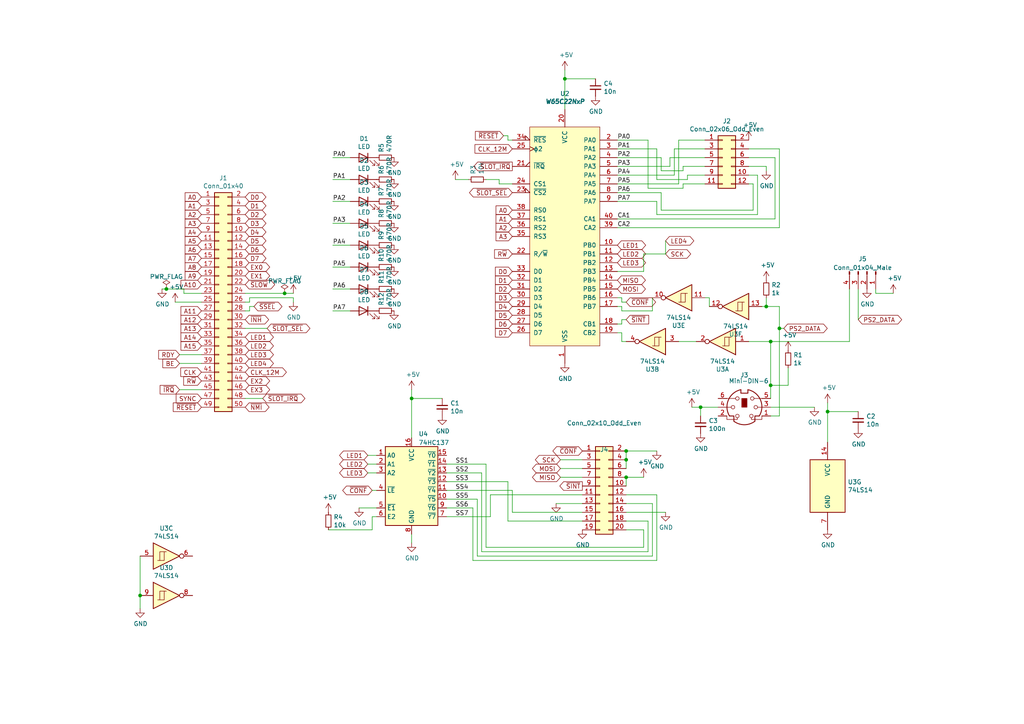
<source format=kicad_sch>
(kicad_sch (version 20211123) (generator eeschema)
  (paper "A4")
  (title_block (title "IO Board") (date "2023-02-11") (rev "${VERSION}") (company "Six Pixels") (comment 1 "Added pin header for PS/2"))
  (lib_symbols
    (symbol "65xx:W65C22NxP" (pin_names (offset 1.016))
      (property "Reference" "U" (at -10.16 33.02 0))
      (property "Value" "W65C22NxP" (at 0 0 90))
      (symbol "W65C22NxP_1_1"
        (pin power_in line (at 0 -36.83 90) (length 5.08) (name "VSS") (number "1"))
        (pin bidirectional line (at 15.24 -2.54 180) (length 5.08) (name "PB0") (number "10"))
        (pin bidirectional line (at 15.24 -5.08 180) (length 5.08) (name "PB1") (number "11"))
        (pin bidirectional line (at 15.24 -7.62 180) (length 5.08) (name "PB2") (number "12"))
        (pin bidirectional line (at 15.24 -10.16 180) (length 5.08) (name "PB3") (number "13"))
        (pin bidirectional line (at 15.24 -12.7 180) (length 5.08) (name "PB4") (number "14"))
        (pin bidirectional line (at 15.24 -15.24 180) (length 5.08) (name "PB5") (number "15"))
        (pin bidirectional line (at 15.24 -17.78 180) (length 5.08) (name "PB6") (number "16"))
        (pin bidirectional line (at 15.24 -20.32 180) (length 5.08) (name "PB7") (number "17"))
        (pin input line (at 15.24 -25.4 180) (length 5.08) (name "CB1") (number "18"))
        (pin bidirectional line (at 15.24 -27.94 180) (length 5.08) (name "CB2") (number "19"))
        (pin bidirectional line (at 15.24 27.94 180) (length 5.08) (name "PA0") (number "2"))
        (pin power_in line (at 0 36.83 270) (length 5.08) (name "VCC") (number "20"))
        (pin open_collector output_low (at -15.24 20.32 0) (length 5.08) (name "~{IRQ}") (number "21"))
        (pin input line (at -15.24 -5.08 0) (length 5.08) (name "R/~{W}") (number "22"))
        (pin input input_low (at -15.24 12.7 0) (length 5.08) (name "~{CS2}") (number "23"))
        (pin input line (at -15.24 15.24 0) (length 5.08) (name "CS1") (number "24"))
        (pin input clock (at -15.24 25.4 0) (length 5.08) (name "ϕ2") (number "25"))
        (pin bidirectional line (at -15.24 -27.94 0) (length 5.08) (name "D7") (number "26"))
        (pin bidirectional line (at -15.24 -25.4 0) (length 5.08) (name "D6") (number "27"))
        (pin bidirectional line (at -15.24 -22.86 0) (length 5.08) (name "D5") (number "28"))
        (pin bidirectional line (at -15.24 -20.32 0) (length 5.08) (name "D4") (number "29"))
        (pin bidirectional line (at 15.24 25.4 180) (length 5.08) (name "PA1") (number "3"))
        (pin bidirectional line (at -15.24 -17.78 0) (length 5.08) (name "D3") (number "30"))
        (pin bidirectional line (at -15.24 -15.24 0) (length 5.08) (name "D2") (number "31"))
        (pin bidirectional line (at -15.24 -12.7 0) (length 5.08) (name "D1") (number "32"))
        (pin bidirectional line (at -15.24 -10.16 0) (length 5.08) (name "D0") (number "33"))
        (pin input input_low (at -15.24 27.94 0) (length 5.08) (name "~{RES}") (number "34"))
        (pin input line (at -15.24 0 0) (length 5.08) (name "RS3") (number "35"))
        (pin input line (at -15.24 2.54 0) (length 5.08) (name "RS2") (number "36"))
        (pin input line (at -15.24 5.08 0) (length 5.08) (name "RS1") (number "37"))
        (pin input line (at -15.24 7.62 0) (length 5.08) (name "RS0") (number "38"))
        (pin bidirectional line (at 15.24 2.54 180) (length 5.08) (name "CA2") (number "39"))
        (pin bidirectional line (at 15.24 22.86 180) (length 5.08) (name "PA2") (number "4"))
        (pin input line (at 15.24 5.08 180) (length 5.08) (name "CA1") (number "40"))
        (pin bidirectional line (at 15.24 20.32 180) (length 5.08) (name "PA3") (number "5"))
        (pin bidirectional line (at 15.24 17.78 180) (length 5.08) (name "PA4") (number "6"))
        (pin bidirectional line (at 15.24 15.24 180) (length 5.08) (name "PA5") (number "7"))
        (pin bidirectional line (at 15.24 12.7 180) (length 5.08) (name "PA6") (number "8"))
        (pin bidirectional line (at 15.24 10.16 180) (length 5.08) (name "PA7") (number "9"))
      )
    )
    (symbol "74xx:74HC137"
      (property "Reference" "U" (at -7.62 13.97 0))
      (property "Value" "74HC137" (at 2.54 -11.43 0))
      (symbol "74HC137_1_1"
        (pin input line (at -10.16 10.16 0) (length 2.54) (name "A0") (number "1"))
        (pin output line (at 10.16 -2.54 180) (length 2.54) (name "~{Y5}") (number "10"))
        (pin output line (at 10.16 0 180) (length 2.54) (name "~{Y4}") (number "11"))
        (pin output line (at 10.16 2.54 180) (length 2.54) (name "~{Y3}") (number "12"))
        (pin output line (at 10.16 5.08 180) (length 2.54) (name "~{Y2}") (number "13"))
        (pin output line (at 10.16 7.62 180) (length 2.54) (name "~{Y1}") (number "14"))
        (pin output line (at 10.16 10.16 180) (length 2.54) (name "~{Y0}") (number "15"))
        (pin power_in line (at 0 15.24 270) (length 2.54) (name "VCC") (number "16"))
        (pin input line (at -10.16 7.62 0) (length 2.54) (name "A1") (number "2"))
        (pin input line (at -10.16 5.08 0) (length 2.54) (name "A2") (number "3"))
        (pin input line (at -10.16 0 0) (length 2.54) (name "~{LE}") (number "4"))
        (pin input line (at -10.16 -5.08 0) (length 2.54) (name "~{E1}") (number "5"))
        (pin input line (at -10.16 -7.62 0) (length 2.54) (name "E2") (number "6"))
        (pin output line (at 10.16 -7.62 180) (length 2.54) (name "~{Y7}") (number "7"))
        (pin power_in line (at 0 -12.7 90) (length 2.54) (name "GND") (number "8"))
        (pin output line (at 10.16 -5.08 180) (length 2.54) (name "~{Y6}") (number "9"))
      )
    )
    (symbol "74xx:74LS14" (pin_names (offset 1.016))
      (property "Reference" "U" (at 0 1.27 0))
      (property "Value" "74LS14" (at 0 -1.27 0))
      (symbol "74LS14_1_0"
        (pin input line (at -7.62 0 0) (length 3.81) (name "~") (number "1"))
        (pin output inverted (at 7.62 0 180) (length 3.81) (name "~") (number "2"))
      )
      (symbol "74LS14_2_0"
        (pin input line (at -7.62 0 0) (length 3.81) (name "~") (number "3"))
        (pin output inverted (at 7.62 0 180) (length 3.81) (name "~") (number "4"))
      )
      (symbol "74LS14_3_0"
        (pin input line (at -7.62 0 0) (length 3.81) (name "~") (number "5"))
        (pin output inverted (at 7.62 0 180) (length 3.81) (name "~") (number "6"))
      )
      (symbol "74LS14_4_0"
        (pin output inverted (at 7.62 0 180) (length 3.81) (name "~") (number "8"))
        (pin input line (at -7.62 0 0) (length 3.81) (name "~") (number "9"))
      )
      (symbol "74LS14_5_0"
        (pin output inverted (at 7.62 0 180) (length 3.81) (name "~") (number "10"))
        (pin input line (at -7.62 0 0) (length 3.81) (name "~") (number "11"))
      )
      (symbol "74LS14_6_0"
        (pin output inverted (at 7.62 0 180) (length 3.81) (name "~") (number "12"))
        (pin input line (at -7.62 0 0) (length 3.81) (name "~") (number "13"))
      )
      (symbol "74LS14_7_0"
        (pin power_in line (at 0 12.7 270) (length 5.08) (name "VCC") (number "14"))
        (pin power_in line (at 0 -12.7 90) (length 5.08) (name "GND") (number "7"))
      )
    )
    (symbol "Connector:Conn_01x04_Male" (pin_names (offset 1.016) hide)
      (property "Reference" "J" (at 0 5.08 0))
      (property "Value" "Conn_01x04_Male" (at 0 -7.62 0))
      (symbol "Conn_01x04_Male_1_1"
        (pin passive line (at 5.08 2.54 180) (length 3.81) (name "Pin_1") (number "1"))
        (pin passive line (at 5.08 0 180) (length 3.81) (name "Pin_2") (number "2"))
        (pin passive line (at 5.08 -2.54 180) (length 3.81) (name "Pin_3") (number "3"))
        (pin passive line (at 5.08 -5.08 180) (length 3.81) (name "Pin_4") (number "4"))
      )
    )
    (symbol "Connector:Mini-DIN-6" (pin_names (offset 1.016))
      (property "Reference" "J" (at 0 6.35 0))
      (property "Value" "Mini-DIN-6" (at 0 -6.35 0))
      (symbol "Mini-DIN-6_1_1"
        (pin passive line (at 7.62 -2.54 180) (length 2.54) (name "~") (number "1"))
        (pin passive line (at -7.62 -2.54 0) (length 2.54) (name "~") (number "2"))
        (pin passive line (at 7.62 0 180) (length 2.54) (name "~") (number "3"))
        (pin passive line (at -7.62 0 0) (length 2.54) (name "~") (number "4"))
        (pin passive line (at 7.62 2.54 180) (length 2.54) (name "~") (number "5"))
        (pin passive line (at -7.62 2.54 0) (length 2.54) (name "~") (number "6"))
      )
    )
    (symbol "Connector_Generic:Conn_02x06_Odd_Even" (pin_names (offset 1.016) hide)
      (property "Reference" "J" (at 1.27 7.62 0))
      (property "Value" "Conn_02x06_Odd_Even" (at 1.27 -10.16 0))
      (symbol "Conn_02x06_Odd_Even_1_1"
        (pin passive line (at -5.08 5.08 0) (length 3.81) (name "Pin_1") (number "1"))
        (pin passive line (at 7.62 -5.08 180) (length 3.81) (name "Pin_10") (number "10"))
        (pin passive line (at -5.08 -7.62 0) (length 3.81) (name "Pin_11") (number "11"))
        (pin passive line (at 7.62 -7.62 180) (length 3.81) (name "Pin_12") (number "12"))
        (pin passive line (at 7.62 5.08 180) (length 3.81) (name "Pin_2") (number "2"))
        (pin passive line (at -5.08 2.54 0) (length 3.81) (name "Pin_3") (number "3"))
        (pin passive line (at 7.62 2.54 180) (length 3.81) (name "Pin_4") (number "4"))
        (pin passive line (at -5.08 0 0) (length 3.81) (name "Pin_5") (number "5"))
        (pin passive line (at 7.62 0 180) (length 3.81) (name "Pin_6") (number "6"))
        (pin passive line (at -5.08 -2.54 0) (length 3.81) (name "Pin_7") (number "7"))
        (pin passive line (at 7.62 -2.54 180) (length 3.81) (name "Pin_8") (number "8"))
        (pin passive line (at -5.08 -5.08 0) (length 3.81) (name "Pin_9") (number "9"))
      )
    )
    (symbol "Connector_Generic:Conn_02x10_Odd_Even" (pin_names (offset 1.016) hide)
      (property "Reference" "J" (at 1.27 12.7 0))
      (property "Value" "Conn_02x10_Odd_Even" (at 1.27 -15.24 0))
      (symbol "Conn_02x10_Odd_Even_1_1"
        (pin passive line (at -5.08 10.16 0) (length 3.81) (name "Pin_1") (number "1"))
        (pin passive line (at 7.62 0 180) (length 3.81) (name "Pin_10") (number "10"))
        (pin passive line (at -5.08 -2.54 0) (length 3.81) (name "Pin_11") (number "11"))
        (pin passive line (at 7.62 -2.54 180) (length 3.81) (name "Pin_12") (number "12"))
        (pin passive line (at -5.08 -5.08 0) (length 3.81) (name "Pin_13") (number "13"))
        (pin passive line (at 7.62 -5.08 180) (length 3.81) (name "Pin_14") (number "14"))
        (pin passive line (at -5.08 -7.62 0) (length 3.81) (name "Pin_15") (number "15"))
        (pin passive line (at 7.62 -7.62 180) (length 3.81) (name "Pin_16") (number "16"))
        (pin passive line (at -5.08 -10.16 0) (length 3.81) (name "Pin_17") (number "17"))
        (pin passive line (at 7.62 -10.16 180) (length 3.81) (name "Pin_18") (number "18"))
        (pin passive line (at -5.08 -12.7 0) (length 3.81) (name "Pin_19") (number "19"))
        (pin passive line (at 7.62 10.16 180) (length 3.81) (name "Pin_2") (number "2"))
        (pin passive line (at 7.62 -12.7 180) (length 3.81) (name "Pin_20") (number "20"))
        (pin passive line (at -5.08 7.62 0) (length 3.81) (name "Pin_3") (number "3"))
        (pin passive line (at 7.62 7.62 180) (length 3.81) (name "Pin_4") (number "4"))
        (pin passive line (at -5.08 5.08 0) (length 3.81) (name "Pin_5") (number "5"))
        (pin passive line (at 7.62 5.08 180) (length 3.81) (name "Pin_6") (number "6"))
        (pin passive line (at -5.08 2.54 0) (length 3.81) (name "Pin_7") (number "7"))
        (pin passive line (at 7.62 2.54 180) (length 3.81) (name "Pin_8") (number "8"))
        (pin passive line (at -5.08 0 0) (length 3.81) (name "Pin_9") (number "9"))
      )
    )
    (symbol "Connector_Generic:Conn_02x25_Odd_Even" (pin_names (offset 1.016) hide)
      (property "Reference" "J" (at 1.27 33.02 0))
      (property "Value" "Conn_02x25_Odd_Even" (at 1.27 -33.02 0))
      (symbol "Conn_02x25_Odd_Even_1_1"
        (pin passive line (at -5.08 30.48 0) (length 3.81) (name "Pin_1") (number "1"))
        (pin passive line (at 7.62 20.32 180) (length 3.81) (name "Pin_10") (number "10"))
        (pin passive line (at -5.08 17.78 0) (length 3.81) (name "Pin_11") (number "11"))
        (pin passive line (at 7.62 17.78 180) (length 3.81) (name "Pin_12") (number "12"))
        (pin passive line (at -5.08 15.24 0) (length 3.81) (name "Pin_13") (number "13"))
        (pin passive line (at 7.62 15.24 180) (length 3.81) (name "Pin_14") (number "14"))
        (pin passive line (at -5.08 12.7 0) (length 3.81) (name "Pin_15") (number "15"))
        (pin passive line (at 7.62 12.7 180) (length 3.81) (name "Pin_16") (number "16"))
        (pin passive line (at -5.08 10.16 0) (length 3.81) (name "Pin_17") (number "17"))
        (pin passive line (at 7.62 10.16 180) (length 3.81) (name "Pin_18") (number "18"))
        (pin passive line (at -5.08 7.62 0) (length 3.81) (name "Pin_19") (number "19"))
        (pin passive line (at 7.62 30.48 180) (length 3.81) (name "Pin_2") (number "2"))
        (pin passive line (at 7.62 7.62 180) (length 3.81) (name "Pin_20") (number "20"))
        (pin passive line (at -5.08 5.08 0) (length 3.81) (name "Pin_21") (number "21"))
        (pin passive line (at 7.62 5.08 180) (length 3.81) (name "Pin_22") (number "22"))
        (pin passive line (at -5.08 2.54 0) (length 3.81) (name "Pin_23") (number "23"))
        (pin passive line (at 7.62 2.54 180) (length 3.81) (name "Pin_24") (number "24"))
        (pin passive line (at -5.08 0 0) (length 3.81) (name "Pin_25") (number "25"))
        (pin passive line (at 7.62 0 180) (length 3.81) (name "Pin_26") (number "26"))
        (pin passive line (at -5.08 -2.54 0) (length 3.81) (name "Pin_27") (number "27"))
        (pin passive line (at 7.62 -2.54 180) (length 3.81) (name "Pin_28") (number "28"))
        (pin passive line (at -5.08 -5.08 0) (length 3.81) (name "Pin_29") (number "29"))
        (pin passive line (at -5.08 27.94 0) (length 3.81) (name "Pin_3") (number "3"))
        (pin passive line (at 7.62 -5.08 180) (length 3.81) (name "Pin_30") (number "30"))
        (pin passive line (at -5.08 -7.62 0) (length 3.81) (name "Pin_31") (number "31"))
        (pin passive line (at 7.62 -7.62 180) (length 3.81) (name "Pin_32") (number "32"))
        (pin passive line (at -5.08 -10.16 0) (length 3.81) (name "Pin_33") (number "33"))
        (pin passive line (at 7.62 -10.16 180) (length 3.81) (name "Pin_34") (number "34"))
        (pin passive line (at -5.08 -12.7 0) (length 3.81) (name "Pin_35") (number "35"))
        (pin passive line (at 7.62 -12.7 180) (length 3.81) (name "Pin_36") (number "36"))
        (pin passive line (at -5.08 -15.24 0) (length 3.81) (name "Pin_37") (number "37"))
        (pin passive line (at 7.62 -15.24 180) (length 3.81) (name "Pin_38") (number "38"))
        (pin passive line (at -5.08 -17.78 0) (length 3.81) (name "Pin_39") (number "39"))
        (pin passive line (at 7.62 27.94 180) (length 3.81) (name "Pin_4") (number "4"))
        (pin passive line (at 7.62 -17.78 180) (length 3.81) (name "Pin_40") (number "40"))
        (pin passive line (at -5.08 -20.32 0) (length 3.81) (name "Pin_41") (number "41"))
        (pin passive line (at 7.62 -20.32 180) (length 3.81) (name "Pin_42") (number "42"))
        (pin passive line (at -5.08 -22.86 0) (length 3.81) (name "Pin_43") (number "43"))
        (pin passive line (at 7.62 -22.86 180) (length 3.81) (name "Pin_44") (number "44"))
        (pin passive line (at -5.08 -25.4 0) (length 3.81) (name "Pin_45") (number "45"))
        (pin passive line (at 7.62 -25.4 180) (length 3.81) (name "Pin_46") (number "46"))
        (pin passive line (at -5.08 -27.94 0) (length 3.81) (name "Pin_47") (number "47"))
        (pin passive line (at 7.62 -27.94 180) (length 3.81) (name "Pin_48") (number "48"))
        (pin passive line (at -5.08 -30.48 0) (length 3.81) (name "Pin_49") (number "49"))
        (pin passive line (at -5.08 25.4 0) (length 3.81) (name "Pin_5") (number "5"))
        (pin passive line (at 7.62 -30.48 180) (length 3.81) (name "Pin_50") (number "50"))
        (pin passive line (at 7.62 25.4 180) (length 3.81) (name "Pin_6") (number "6"))
        (pin passive line (at -5.08 22.86 0) (length 3.81) (name "Pin_7") (number "7"))
        (pin passive line (at 7.62 22.86 180) (length 3.81) (name "Pin_8") (number "8"))
        (pin passive line (at -5.08 20.32 0) (length 3.81) (name "Pin_9") (number "9"))
      )
    )
    (symbol "Device:C_Small" (pin_numbers hide) (pin_names (offset 0.254) hide)
      (property "Reference" "C" (at 0.254 1.778 0))
      (property "Value" "C_Small" (at 0.254 -2.032 0))
      (symbol "C_Small_1_1"
        (pin passive line (at 0 2.54 270) (length 2.032) (name "~") (number "1"))
        (pin passive line (at 0 -2.54 90) (length 2.032) (name "~") (number "2"))
      )
    )
    (symbol "Device:LED" (pin_numbers hide) (pin_names (offset 1.016) hide)
      (property "Reference" "D" (at 0 2.54 0))
      (property "Value" "LED" (at 0 -2.54 0))
      (symbol "LED_1_1"
        (pin passive line (at -3.81 0 0) (length 2.54) (name "K") (number "1"))
        (pin passive line (at 3.81 0 180) (length 2.54) (name "A") (number "2"))
      )
    )
    (symbol "Device:R_Small" (pin_numbers hide) (pin_names (offset 0.254) hide)
      (property "Reference" "R" (at 0.762 0.508 0))
      (property "Value" "R_Small" (at 0.762 -1.016 0))
      (symbol "R_Small_1_1"
        (pin passive line (at 0 2.54 270) (length 0.762) (name "~") (number "1"))
        (pin passive line (at 0 -2.54 90) (length 0.762) (name "~") (number "2"))
      )
    )
    (symbol "power:+5V" (power) (pin_names (offset 0))
      (property "Value" "+5V" (at 0 3.556 0))
      (symbol "+5V_1_1"
        (pin power_in line (at 0 0 90) (length 0) hide (name "+5V") (number "1"))
      )
    )
    (symbol "power:GND" (power) (pin_names (offset 0))
      (property "Value" "GND" (at 0 -3.81 0))
      (symbol "GND_1_1"
        (pin power_in line (at 0 0 270) (length 0) hide (name "GND") (number "1"))
      )
    )
    (symbol "power:PWR_FLAG" (power) (pin_numbers hide) (pin_names (offset 0) hide)
      (property "Value" "PWR_FLAG" (at 0 3.81 0))
      (symbol "PWR_FLAG_0_0"
        (pin power_out line (at 0 0 90) (length 0) (name "pwr") (number "1"))
      )
    )
  )
  (junction (at 203.2 118.11))
  (junction (at 181.61 133.35))
  (junction (at 223.52 111.76))
  (junction (at 181.61 130.81))
  (junction (at 222.25 88.9))
  (junction (at 226.06 95.25))
  (junction (at 119.38 115.57))
  (junction (at 40.64 172.72))
  (junction (at 223.52 99.06))
  (junction (at 181.61 138.43))
  (junction (at 82.55 85.09))
  (junction (at 240.03 119.38))
  (junction (at 48.26 83.82))
  (junction (at 163.83 22.86))
  (wire (pts (xy 129.54 139.7) (xy 147.32 139.7)))
  (wire (pts (xy 101.6 90.17) (xy 96.52 90.17)))
  (wire (pts (xy 222.25 49.53) (xy 222.25 48.26)))
  (wire (pts (xy 194.31 45.72) (xy 204.47 45.72)))
  (wire (pts (xy 189.23 86.36) (xy 189.23 90.17)))
  (wire (pts (xy 223.52 115.57) (xy 223.52 111.76)))
  (wire (pts (xy 223.52 111.76) (xy 223.52 99.06)))
  (wire (pts (xy 218.44 53.34) (xy 217.17 53.34)))
  (wire (pts (xy 142.24 143.51) (xy 142.24 149.86)))
  (wire (pts (xy 204.47 48.26) (xy 198.12 48.26)))
  (wire (pts (xy 186.69 73.66) (xy 186.69 78.74)))
  (wire (pts (xy 168.91 133.35) (xy 162.56 133.35)))
  (wire (pts (xy 101.6 71.12) (xy 96.52 71.12)))
  (wire (pts (xy 222.25 48.26) (xy 217.17 48.26)))
  (wire (pts (xy 198.12 53.34) (xy 198.12 54.61)))
  (wire (pts (xy 190.5 162.56) (xy 137.16 162.56)))
  (wire (pts (xy 72.39 86.36) (xy 72.39 87.63)))
  (wire (pts (xy 72.39 88.9) (xy 72.39 90.17)))
  (wire (pts (xy 179.07 48.26) (xy 194.31 48.26)))
  (wire (pts (xy 101.6 77.47) (xy 96.52 77.47)))
  (wire (pts (xy 168.91 151.13) (xy 147.32 151.13)))
  (wire (pts (xy 223.52 118.11) (xy 236.22 118.11)))
  (wire (pts (xy 224.79 45.72) (xy 217.17 45.72)))
  (wire (pts (xy 190.5 52.07) (xy 199.39 52.07)))
  (wire (pts (xy 106.68 132.08) (xy 109.22 132.08)))
  (wire (pts (xy 181.61 151.13) (xy 187.96 151.13)))
  (wire (pts (xy 240.03 116.84) (xy 240.03 119.38)))
  (wire (pts (xy 208.28 118.11) (xy 203.2 118.11)))
  (wire (pts (xy 204.47 43.18) (xy 195.58 43.18)))
  (wire (pts (xy 168.91 143.51) (xy 142.24 143.51)))
  (wire (pts (xy 187.96 54.61) (xy 187.96 40.64)))
  (wire (pts (xy 248.92 83.82) (xy 248.92 92.71)))
  (wire (pts (xy 101.6 58.42) (xy 96.52 58.42)))
  (wire (pts (xy 189.23 161.29) (xy 138.43 161.29)))
  (wire (pts (xy 180.34 92.71) (xy 180.34 93.98)))
  (wire (pts (xy 144.78 53.34) (xy 144.78 52.07)))
  (wire (pts (xy 129.54 147.32) (xy 137.16 147.32)))
  (wire (pts (xy 203.2 118.11) (xy 200.66 118.11)))
  (wire (pts (xy 181.61 92.71) (xy 180.34 92.71)))
  (wire (pts (xy 190.5 62.23) (xy 190.5 58.42)))
  (wire (pts (xy 198.12 49.53) (xy 191.77 49.53)))
  (wire (pts (xy 248.92 119.38) (xy 240.03 119.38)))
  (wire (pts (xy 195.58 43.18) (xy 195.58 50.8)))
  (wire (pts (xy 193.04 69.85) (xy 193.04 73.66)))
  (wire (pts (xy 101.6 52.07) (xy 96.52 52.07)))
  (wire (pts (xy 180.34 99.06) (xy 180.34 96.52)))
  (wire (pts (xy 106.68 137.16) (xy 109.22 137.16)))
  (wire (pts (xy 190.5 143.51) (xy 190.5 162.56)))
  (wire (pts (xy 146.05 39.37) (xy 147.32 39.37)))
  (wire (pts (xy 85.09 87.63) (xy 85.09 86.36)))
  (wire (pts (xy 77.47 95.25) (xy 71.12 95.25)))
  (wire (pts (xy 204.47 53.34) (xy 198.12 53.34)))
  (wire (pts (xy 186.69 158.75) (xy 140.97 158.75)))
  (wire (pts (xy 259.08 85.09) (xy 254 85.09)))
  (wire (pts (xy 181.61 140.97) (xy 181.61 138.43)))
  (wire (pts (xy 168.91 148.59) (xy 148.59 148.59)))
  (wire (pts (xy 52.07 102.87) (xy 58.42 102.87)))
  (wire (pts (xy 181.61 138.43) (xy 186.69 138.43)))
  (wire (pts (xy 168.91 138.43) (xy 162.56 138.43)))
  (wire (pts (xy 53.34 85.09) (xy 53.34 83.82)))
  (wire (pts (xy 73.66 88.9) (xy 72.39 88.9)))
  (wire (pts (xy 140.97 158.75) (xy 140.97 134.62)))
  (wire (pts (xy 129.54 149.86) (xy 142.24 149.86)))
  (wire (pts (xy 161.29 146.05) (xy 168.91 146.05)))
  (wire (pts (xy 181.61 153.67) (xy 186.69 153.67)))
  (wire (pts (xy 180.34 87.63) (xy 180.34 86.36)))
  (wire (pts (xy 226.06 88.9) (xy 222.25 88.9)))
  (wire (pts (xy 246.38 99.06) (xy 246.38 83.82)))
  (wire (pts (xy 148.59 53.34) (xy 144.78 53.34)))
  (wire (pts (xy 52.07 113.03) (xy 58.42 113.03)))
  (wire (pts (xy 205.74 86.36) (xy 205.74 88.9)))
  (wire (pts (xy 254 85.09) (xy 254 83.82)))
  (wire (pts (xy 226.06 43.18) (xy 217.17 43.18)))
  (wire (pts (xy 40.64 172.72) (xy 40.64 176.53)))
  (wire (pts (xy 181.61 99.06) (xy 180.34 99.06)))
  (wire (pts (xy 148.59 148.59) (xy 148.59 142.24)))
  (wire (pts (xy 179.07 43.18) (xy 190.5 43.18)))
  (wire (pts (xy 163.83 20.32) (xy 163.83 22.86)))
  (wire (pts (xy 187.96 151.13) (xy 187.96 160.02)))
  (wire (pts (xy 147.32 40.64) (xy 148.59 40.64)))
  (wire (pts (xy 217.17 99.06) (xy 223.52 99.06)))
  (wire (pts (xy 95.25 153.67) (xy 107.95 153.67)))
  (wire (pts (xy 199.39 52.07) (xy 199.39 50.8)))
  (wire (pts (xy 168.91 135.89) (xy 162.56 135.89)))
  (wire (pts (xy 189.23 146.05) (xy 189.23 161.29)))
  (wire (pts (xy 181.61 133.35) (xy 181.61 130.81)))
  (wire (pts (xy 223.52 99.06) (xy 246.38 99.06)))
  (wire (pts (xy 119.38 113.03) (xy 119.38 115.57)))
  (wire (pts (xy 181.61 87.63) (xy 180.34 87.63)))
  (wire (pts (xy 224.79 45.72) (xy 224.79 63.5)))
  (wire (pts (xy 71.12 85.09) (xy 82.55 85.09)))
  (wire (pts (xy 187.96 40.64) (xy 179.07 40.64)))
  (wire (pts (xy 180.34 96.52) (xy 179.07 96.52)))
  (wire (pts (xy 107.95 153.67) (xy 107.95 149.86)))
  (wire (pts (xy 222.25 88.9) (xy 220.98 88.9)))
  (wire (pts (xy 129.54 142.24) (xy 148.59 142.24)))
  (wire (pts (xy 181.61 143.51) (xy 190.5 143.51)))
  (wire (pts (xy 71.12 87.63) (xy 72.39 87.63)))
  (wire (pts (xy 128.27 115.57) (xy 119.38 115.57)))
  (wire (pts (xy 201.93 99.06) (xy 196.85 99.06)))
  (wire (pts (xy 190.5 58.42) (xy 179.07 58.42)))
  (wire (pts (xy 180.34 88.9) (xy 179.07 88.9)))
  (wire (pts (xy 137.16 147.32) (xy 137.16 162.56)))
  (wire (pts (xy 50.8 87.63) (xy 58.42 87.63)))
  (wire (pts (xy 139.7 160.02) (xy 139.7 137.16)))
  (wire (pts (xy 228.6 111.76) (xy 223.52 111.76)))
  (wire (pts (xy 179.07 63.5) (xy 224.79 63.5)))
  (wire (pts (xy 191.77 60.96) (xy 218.44 60.96)))
  (wire (pts (xy 190.5 43.18) (xy 190.5 52.07)))
  (wire (pts (xy 186.69 78.74) (xy 179.07 78.74)))
  (wire (pts (xy 199.39 50.8) (xy 204.47 50.8)))
  (wire (pts (xy 186.69 153.67) (xy 186.69 158.75)))
  (wire (pts (xy 76.2 115.57) (xy 71.12 115.57)))
  (wire (pts (xy 53.34 85.09) (xy 58.42 85.09)))
  (wire (pts (xy 219.71 62.23) (xy 190.5 62.23)))
  (wire (pts (xy 181.61 146.05) (xy 189.23 146.05)))
  (wire (pts (xy 40.64 161.29) (xy 40.64 172.72)))
  (wire (pts (xy 101.6 45.72) (xy 96.52 45.72)))
  (wire (pts (xy 72.39 90.17) (xy 71.12 90.17)))
  (wire (pts (xy 205.74 86.36) (xy 204.47 86.36)))
  (wire (pts (xy 187.96 160.02) (xy 139.7 160.02)))
  (wire (pts (xy 196.85 40.64) (xy 204.47 40.64)))
  (wire (pts (xy 147.32 151.13) (xy 147.32 139.7)))
  (wire (pts (xy 179.07 55.88) (xy 191.77 55.88)))
  (wire (pts (xy 194.31 48.26) (xy 194.31 45.72)))
  (wire (pts (xy 218.44 53.34) (xy 218.44 60.96)))
  (wire (pts (xy 129.54 137.16) (xy 139.7 137.16)))
  (wire (pts (xy 135.89 52.07) (xy 132.08 52.07)))
  (wire (pts (xy 163.83 22.86) (xy 163.83 31.75)))
  (wire (pts (xy 193.04 148.59) (xy 181.61 148.59)))
  (wire (pts (xy 219.71 50.8) (xy 217.17 50.8)))
  (wire (pts (xy 144.78 52.07) (xy 140.97 52.07)))
  (wire (pts (xy 107.95 149.86) (xy 109.22 149.86)))
  (wire (pts (xy 129.54 134.62) (xy 140.97 134.62)))
  (wire (pts (xy 196.85 53.34) (xy 196.85 40.64)))
  (wire (pts (xy 147.32 39.37) (xy 147.32 40.64)))
  (wire (pts (xy 195.58 50.8) (xy 179.07 50.8)))
  (wire (pts (xy 172.72 22.86) (xy 163.83 22.86)))
  (wire (pts (xy 101.6 64.77) (xy 96.52 64.77)))
  (wire (pts (xy 240.03 119.38) (xy 240.03 128.27)))
  (wire (pts (xy 48.26 83.82) (xy 46.99 83.82)))
  (wire (pts (xy 180.34 90.17) (xy 180.34 88.9)))
  (wire (pts (xy 191.77 55.88) (xy 191.77 60.96)))
  (wire (pts (xy 53.34 83.82) (xy 48.26 83.82)))
  (wire (pts (xy 193.04 73.66) (xy 186.69 73.66)))
  (wire (pts (xy 226.06 66.04) (xy 179.07 66.04)))
  (wire (pts (xy 138.43 144.78) (xy 138.43 161.29)))
  (wire (pts (xy 189.23 90.17) (xy 180.34 90.17)))
  (wire (pts (xy 101.6 83.82) (xy 96.52 83.82)))
  (wire (pts (xy 82.55 85.09) (xy 85.09 85.09)))
  (wire (pts (xy 129.54 144.78) (xy 138.43 144.78)))
  (wire (pts (xy 226.06 120.65) (xy 226.06 95.25)))
  (wire (pts (xy 198.12 48.26) (xy 198.12 49.53)))
  (wire (pts (xy 107.95 142.24) (xy 109.22 142.24)))
  (wire (pts (xy 226.06 43.18) (xy 226.06 66.04)))
  (wire (pts (xy 106.68 134.62) (xy 109.22 134.62)))
  (wire (pts (xy 119.38 154.94) (xy 119.38 157.48)))
  (wire (pts (xy 119.38 115.57) (xy 119.38 127)))
  (wire (pts (xy 191.77 49.53) (xy 191.77 45.72)))
  (wire (pts (xy 85.09 86.36) (xy 72.39 86.36)))
  (wire (pts (xy 191.77 45.72) (xy 179.07 45.72)))
  (wire (pts (xy 104.14 147.32) (xy 109.22 147.32)))
  (wire (pts (xy 226.06 95.25) (xy 226.06 88.9)))
  (wire (pts (xy 52.07 105.41) (xy 58.42 105.41)))
  (wire (pts (xy 203.2 120.65) (xy 203.2 118.11)))
  (wire (pts (xy 181.61 130.81) (xy 190.5 130.81)))
  (wire (pts (xy 219.71 50.8) (xy 219.71 62.23)))
  (wire (pts (xy 222.25 86.36) (xy 222.25 88.9)))
  (wire (pts (xy 228.6 106.68) (xy 228.6 111.76)))
  (wire (pts (xy 181.61 135.89) (xy 181.61 133.35)))
  (wire (pts (xy 198.12 54.61) (xy 187.96 54.61)))
  (wire (pts (xy 180.34 93.98) (xy 179.07 93.98)))
  (wire (pts (xy 227.33 95.25) (xy 226.06 95.25)))
  (wire (pts (xy 179.07 53.34) (xy 196.85 53.34)))
  (wire (pts (xy 180.34 86.36) (xy 179.07 86.36)))
  (wire (pts (xy 223.52 120.65) (xy 226.06 120.65)))
  (label "PA6" (at 179.07 55.88 0))
  (label "PA3" (at 179.07 48.26 0))
  (label "CA2" (at 179.07 66.04 0))
  (label "SS7" (at 132.08 149.86 0))
  (label "SS2" (at 132.08 137.16 0))
  (label "PA2" (at 96.52 58.42 0))
  (label "SS5" (at 132.08 144.78 0))
  (label "PA0" (at 96.52 45.72 0))
  (label "PA5" (at 179.07 53.34 0))
  (label "PA1" (at 96.52 52.07 0))
  (label "PA7" (at 179.07 58.42 0))
  (label "SS6" (at 132.08 147.32 0))
  (label "PA7" (at 96.52 90.17 0))
  (label "CA1" (at 179.07 63.5 0))
  (label "PA2" (at 179.07 45.72 0))
  (label "PA0" (at 179.07 40.64 0))
  (label "SS4" (at 132.08 142.24 0))
  (label "SS3" (at 132.08 139.7 0))
  (label "PA5" (at 96.52 77.47 0))
  (label "SS1" (at 132.08 134.62 0))
  (label "PA4" (at 96.52 71.12 0))
  (label "PA3" (at 96.52 64.77 0))
  (label "PA1" (at 179.07 43.18 0))
  (label "PA6" (at 96.52 83.82 0))
  (label "PA4" (at 179.07 50.8 0))
  (global_label "~{CONF}" (shape bidirectional) (at 181.61 87.63 0) (property "Intersheet References" "${INTERSHEET_REFS}" (effects hide)))
  (global_label "MISO" (shape bidirectional) (at 179.07 81.28 0) (property "Intersheet References" "${INTERSHEET_REFS}" (effects hide)))
  (global_label "CLK_12M" (shape input) (at 148.59 43.18 180) (property "Intersheet References" "${INTERSHEET_REFS}" (effects hide)))
  (global_label "LED1" (shape bidirectional) (at 179.07 71.12 0) (property "Intersheet References" "${INTERSHEET_REFS}" (effects hide)))
  (global_label "A0" (shape input) (at 58.42 57.15 180) (property "Intersheet References" "${INTERSHEET_REFS}" (effects hide)))
  (global_label "~{RESET}" (shape input) (at 58.42 118.11 180) (property "Intersheet References" "${INTERSHEET_REFS}" (effects hide)))
  (global_label "D7" (shape bidirectional) (at 71.12 74.93 0) (property "Intersheet References" "${INTERSHEET_REFS}" (effects hide)))
  (global_label "A2" (shape input) (at 148.59 66.04 180) (property "Intersheet References" "${INTERSHEET_REFS}" (effects hide)))
  (global_label "LED1" (shape bidirectional) (at 106.68 132.08 180) (property "Intersheet References" "${INTERSHEET_REFS}" (effects hide)))
  (global_label "A8" (shape input) (at 58.42 77.47 180) (property "Intersheet References" "${INTERSHEET_REFS}" (effects hide)))
  (global_label "MOSI" (shape bidirectional) (at 162.56 135.89 180) (property "Intersheet References" "${INTERSHEET_REFS}" (effects hide)))
  (global_label "SYNC" (shape input) (at 58.42 115.57 180) (property "Intersheet References" "${INTERSHEET_REFS}" (effects hide)))
  (global_label "~{CONF}" (shape bidirectional) (at 107.95 142.24 180) (property "Intersheet References" "${INTERSHEET_REFS}" (effects hide)))
  (global_label "D1" (shape bidirectional) (at 71.12 59.69 0) (property "Intersheet References" "${INTERSHEET_REFS}" (effects hide)))
  (global_label "LED4" (shape bidirectional) (at 71.12 105.41 0) (property "Intersheet References" "${INTERSHEET_REFS}" (effects hide)))
  (global_label "~{INH}" (shape bidirectional) (at 71.12 92.71 0) (property "Intersheet References" "${INTERSHEET_REFS}" (effects hide)))
  (global_label "LED2" (shape bidirectional) (at 71.12 100.33 0) (property "Intersheet References" "${INTERSHEET_REFS}" (effects hide)))
  (global_label "CLK_12M" (shape bidirectional) (at 71.12 107.95 0) (property "Intersheet References" "${INTERSHEET_REFS}" (effects hide)))
  (global_label "D3" (shape bidirectional) (at 71.12 64.77 0) (property "Intersheet References" "${INTERSHEET_REFS}" (effects hide)))
  (global_label "D5" (shape bidirectional) (at 71.12 69.85 0) (property "Intersheet References" "${INTERSHEET_REFS}" (effects hide)))
  (global_label "A1" (shape input) (at 58.42 59.69 180) (property "Intersheet References" "${INTERSHEET_REFS}" (effects hide)))
  (global_label "~{CONF}" (shape bidirectional) (at 168.91 130.81 180) (property "Intersheet References" "${INTERSHEET_REFS}" (effects hide)))
  (global_label "A4" (shape input) (at 58.42 67.31 180) (property "Intersheet References" "${INTERSHEET_REFS}" (effects hide)))
  (global_label "MISO" (shape bidirectional) (at 162.56 138.43 180) (property "Intersheet References" "${INTERSHEET_REFS}" (effects hide)))
  (global_label "LED4" (shape bidirectional) (at 193.04 69.85 0) (property "Intersheet References" "${INTERSHEET_REFS}" (effects hide)))
  (global_label "LED3" (shape bidirectional) (at 71.12 102.87 0) (property "Intersheet References" "${INTERSHEET_REFS}" (effects hide)))
  (global_label "EX1" (shape bidirectional) (at 71.12 80.01 0) (property "Intersheet References" "${INTERSHEET_REFS}" (effects hide)))
  (global_label "~{SLOW}" (shape bidirectional) (at 71.12 82.55 0) (property "Intersheet References" "${INTERSHEET_REFS}" (effects hide)))
  (global_label "A10" (shape input) (at 58.42 82.55 180) (property "Intersheet References" "${INTERSHEET_REFS}" (effects hide)))
  (global_label "A1" (shape input) (at 148.59 63.5 180) (property "Intersheet References" "${INTERSHEET_REFS}" (effects hide)))
  (global_label "A3" (shape input) (at 58.42 64.77 180) (property "Intersheet References" "${INTERSHEET_REFS}" (effects hide)))
  (global_label "A6" (shape input) (at 58.42 72.39 180) (property "Intersheet References" "${INTERSHEET_REFS}" (effects hide)))
  (global_label "~{SLOT_SEL}" (shape bidirectional) (at 77.47 95.25 0) (property "Intersheet References" "${INTERSHEET_REFS}" (effects hide)))
  (global_label "A9" (shape input) (at 58.42 80.01 180) (property "Intersheet References" "${INTERSHEET_REFS}" (effects hide)))
  (global_label "D7" (shape input) (at 148.59 96.52 180) (property "Intersheet References" "${INTERSHEET_REFS}" (effects hide)))
  (global_label "~{SLOT_IRQ}" (shape output) (at 148.59 48.26 180) (property "Intersheet References" "${INTERSHEET_REFS}" (effects hide)))
  (global_label "LED3" (shape bidirectional) (at 179.07 76.2 0) (property "Intersheet References" "${INTERSHEET_REFS}" (effects hide)))
  (global_label "D4" (shape bidirectional) (at 71.12 67.31 0) (property "Intersheet References" "${INTERSHEET_REFS}" (effects hide)))
  (global_label "D5" (shape input) (at 148.59 91.44 180) (property "Intersheet References" "${INTERSHEET_REFS}" (effects hide)))
  (global_label "EX3" (shape bidirectional) (at 71.12 113.03 0) (property "Intersheet References" "${INTERSHEET_REFS}" (effects hide)))
  (global_label "A5" (shape input) (at 58.42 69.85 180) (property "Intersheet References" "${INTERSHEET_REFS}" (effects hide)))
  (global_label "A13" (shape input) (at 58.42 95.25 180) (property "Intersheet References" "${INTERSHEET_REFS}" (effects hide)))
  (global_label "~{SSEL}" (shape bidirectional) (at 73.66 88.9 0) (property "Intersheet References" "${INTERSHEET_REFS}" (effects hide)))
  (global_label "A14" (shape input) (at 58.42 97.79 180) (property "Intersheet References" "${INTERSHEET_REFS}" (effects hide)))
  (global_label "PS2_DATA" (shape bidirectional) (at 248.92 92.71 0) (property "Intersheet References" "${INTERSHEET_REFS}" (effects hide)))
  (global_label "D1" (shape input) (at 148.59 81.28 180) (property "Intersheet References" "${INTERSHEET_REFS}" (effects hide)))
  (global_label "EX2" (shape bidirectional) (at 71.12 110.49 0) (property "Intersheet References" "${INTERSHEET_REFS}" (effects hide)))
  (global_label "R~{W}" (shape input) (at 58.42 110.49 180) (property "Intersheet References" "${INTERSHEET_REFS}" (effects hide)))
  (global_label "~{SLOT_SEL}" (shape bidirectional) (at 148.59 55.88 180) (property "Intersheet References" "${INTERSHEET_REFS}" (effects hide)))
  (global_label "~{SINT}" (shape input) (at 181.61 92.71 0) (property "Intersheet References" "${INTERSHEET_REFS}" (effects hide)))
  (global_label "D2" (shape input) (at 148.59 83.82 180) (property "Intersheet References" "${INTERSHEET_REFS}" (effects hide)))
  (global_label "~{SLOT_IRQ}" (shape bidirectional) (at 76.2 115.57 0) (property "Intersheet References" "${INTERSHEET_REFS}" (effects hide)))
  (global_label "~{RESET}" (shape input) (at 146.05 39.37 180) (property "Intersheet References" "${INTERSHEET_REFS}" (effects hide)))
  (global_label "LED2" (shape bidirectional) (at 179.07 73.66 0) (property "Intersheet References" "${INTERSHEET_REFS}" (effects hide)))
  (global_label "R~{W}" (shape input) (at 148.59 73.66 180) (property "Intersheet References" "${INTERSHEET_REFS}" (effects hide)))
  (global_label "EX0" (shape bidirectional) (at 71.12 77.47 0) (property "Intersheet References" "${INTERSHEET_REFS}" (effects hide)))
  (global_label "SCK" (shape bidirectional) (at 162.56 133.35 180) (property "Intersheet References" "${INTERSHEET_REFS}" (effects hide)))
  (global_label "A7" (shape input) (at 58.42 74.93 180) (property "Intersheet References" "${INTERSHEET_REFS}" (effects hide)))
  (global_label "D0" (shape bidirectional) (at 71.12 57.15 0) (property "Intersheet References" "${INTERSHEET_REFS}" (effects hide)))
  (global_label "MOSI" (shape bidirectional) (at 179.07 83.82 0) (property "Intersheet References" "${INTERSHEET_REFS}" (effects hide)))
  (global_label "CLK" (shape input) (at 58.42 107.95 180) (property "Intersheet References" "${INTERSHEET_REFS}" (effects hide)))
  (global_label "A11" (shape input) (at 58.42 90.17 180) (property "Intersheet References" "${INTERSHEET_REFS}" (effects hide)))
  (global_label "LED1" (shape bidirectional) (at 71.12 97.79 0) (property "Intersheet References" "${INTERSHEET_REFS}" (effects hide)))
  (global_label "D0" (shape input) (at 148.59 78.74 180) (property "Intersheet References" "${INTERSHEET_REFS}" (effects hide)))
  (global_label "~{IRQ}" (shape input) (at 52.07 113.03 180) (property "Intersheet References" "${INTERSHEET_REFS}" (effects hide)))
  (global_label "PS2_DATA" (shape bidirectional) (at 227.33 95.25 0) (property "Intersheet References" "${INTERSHEET_REFS}" (effects hide)))
  (global_label "D3" (shape input) (at 148.59 86.36 180) (property "Intersheet References" "${INTERSHEET_REFS}" (effects hide)))
  (global_label "~{NMI}" (shape bidirectional) (at 71.12 118.11 0) (property "Intersheet References" "${INTERSHEET_REFS}" (effects hide)))
  (global_label "LED3" (shape bidirectional) (at 106.68 137.16 180) (property "Intersheet References" "${INTERSHEET_REFS}" (effects hide)))
  (global_label "RDY" (shape input) (at 52.07 102.87 180) (property "Intersheet References" "${INTERSHEET_REFS}" (effects hide)))
  (global_label "SCK" (shape bidirectional) (at 193.04 73.66 0) (property "Intersheet References" "${INTERSHEET_REFS}" (effects hide)))
  (global_label "D2" (shape bidirectional) (at 71.12 62.23 0) (property "Intersheet References" "${INTERSHEET_REFS}" (effects hide)))
  (global_label "A15" (shape input) (at 58.42 100.33 180) (property "Intersheet References" "${INTERSHEET_REFS}" (effects hide)))
  (global_label "~{SINT}" (shape output) (at 168.91 140.97 180) (property "Intersheet References" "${INTERSHEET_REFS}" (effects hide)))
  (global_label "A12" (shape input) (at 58.42 92.71 180) (property "Intersheet References" "${INTERSHEET_REFS}" (effects hide)))
  (global_label "A3" (shape input) (at 148.59 68.58 180) (property "Intersheet References" "${INTERSHEET_REFS}" (effects hide)))
  (global_label "D6" (shape input) (at 148.59 93.98 180) (property "Intersheet References" "${INTERSHEET_REFS}" (effects hide)))
  (global_label "LED2" (shape bidirectional) (at 106.68 134.62 180) (property "Intersheet References" "${INTERSHEET_REFS}" (effects hide)))
  (global_label "D4" (shape input) (at 148.59 88.9 180) (property "Intersheet References" "${INTERSHEET_REFS}" (effects hide)))
  (global_label "BE" (shape input) (at 52.07 105.41 180) (property "Intersheet References" "${INTERSHEET_REFS}" (effects hide)))
  (global_label "A2" (shape input) (at 58.42 62.23 180) (property "Intersheet References" "${INTERSHEET_REFS}" (effects hide)))
  (global_label "A0" (shape input) (at 148.59 60.96 180) (property "Intersheet References" "${INTERSHEET_REFS}" (effects hide)))
  (global_label "D6" (shape bidirectional) (at 71.12 72.39 0) (property "Intersheet References" "${INTERSHEET_REFS}" (effects hide)))
  (symbol (lib_id "Connector_Generic:Conn_02x25_Odd_Even") (at 63.5 87.63 0) (unit 1)
    (property "Reference" "J1" (at 64.77 51.6382 0))
    (property "Value" "Conn_01x40" (at 64.77 53.9496 0))
    (property "Footprint" "Connector_PinHeader_2.54mm:PinHeader_2x25_P2.54mm_Horizontal" (effects hide))
  )
  (symbol (lib_id "power:+5V") (at 85.09 85.09 0) (unit 1)
    (property "Reference" "#PWR0101" (effects hide))
    (property "Value" "+5V" (at 85.471 80.6958 0))
  )
  (symbol (lib_id "power:+5V") (at 50.8 87.63 0) (unit 1)
    (property "Reference" "#PWR0102" (effects hide))
    (property "Value" "+5V" (at 51.181 83.2358 0))
  )
  (symbol (lib_id "power:GND") (at 85.09 87.63 0) (unit 1)
    (property "Reference" "#PWR0103" (effects hide))
    (property "Value" "GND" (at 85.217 92.0242 0))
  )
  (symbol (lib_id "power:GND") (at 46.99 83.82 0) (unit 1)
    (property "Reference" "#PWR0104" (effects hide))
    (property "Value" "GND" (at 47.117 88.2142 0))
  )
  (symbol (lib_id "65xx:W65C22NxP") (at 163.83 68.58 0) (unit 1)
    (property "Reference" "U2" (at 163.83 27.1526 0))
    (property "Value" "W65C22NxP" (at 163.83 29.464 0) (effects (font bold italic)))
    (property "Footprint" "Package_DIP:DIP-40_W15.24mm_Socket" (effects hide))
    (property "Datasheet" "http://www.westerndesigncenter.com/wdc/documentation/w65c22.pdf" (effects hide))
  )
  (symbol (lib_id "Connector:Mini-DIN-6") (at 215.9 118.11 0) (unit 1)
    (property "Reference" "J3" (at 215.9 108.7882 0))
    (property "Value" "Mini-DIN-6" (at 217.17 110.49 0))
    (property "Footprint" "Custom_Footprints:Connector_Mini-DIN_Female_6Pin_2rows" (effects hide))
    (property "Datasheet" "http://service.powerdynamics.com/ec/Catalog17/Section%2011.pdf" (effects hide))
  )
  (symbol (lib_id "Device:R_Small") (at 138.43 52.07 90) (unit 1)
    (property "Reference" "R3" (at 137.2616 50.5714 0) (effects (justify left)))
    (property "Value" "10k" (at 139.573 50.5714 0) (effects (justify left)))
    (property "Footprint" "Resistor_THT:R_Axial_DIN0207_L6.3mm_D2.5mm_P7.62mm_Horizontal" (effects hide))
  )
  (symbol (lib_id "power:+5V") (at 132.08 52.07 0) (unit 1)
    (property "Reference" "#PWR0108" (effects hide))
    (property "Value" "+5V" (at 132.461 47.6758 0))
  )
  (symbol (lib_id "power:+5V") (at 119.38 113.03 0) (unit 1)
    (property "Reference" "#PWR0120" (effects hide))
    (property "Value" "+5V" (at 119.761 108.6358 0))
  )
  (symbol (lib_id "Device:C_Small") (at 128.27 118.11 0) (unit 1)
    (property "Reference" "C1" (at 130.6068 116.9416 0) (effects (justify left)))
    (property "Value" "10n" (at 130.6068 119.253 0) (effects (justify left)))
    (property "Footprint" "Capacitor_THT:C_Disc_D4.7mm_W2.5mm_P5.00mm" (effects hide))
  )
  (symbol (lib_id "power:GND") (at 128.27 120.65 0) (unit 1)
    (property "Reference" "#PWR0121" (effects hide))
    (property "Value" "GND" (at 128.397 125.0442 0))
  )
  (symbol (lib_id "power:GND") (at 119.38 157.48 0) (unit 1)
    (property "Reference" "#PWR0122" (effects hide))
    (property "Value" "GND" (at 119.507 161.8742 0))
  )
  (symbol (lib_id "Device:R_Small") (at 95.25 151.13 0) (unit 1)
    (property "Reference" "R4" (at 96.7486 149.9616 0) (effects (justify left)))
    (property "Value" "10k" (at 96.7486 152.273 0) (effects (justify left)))
    (property "Footprint" "Resistor_THT:R_Axial_DIN0207_L6.3mm_D2.5mm_P7.62mm_Horizontal" (effects hide))
  )
  (symbol (lib_id "power:+5V") (at 95.25 148.59 0) (unit 1)
    (property "Reference" "#PWR0123" (effects hide))
    (property "Value" "+5V" (at 95.631 144.1958 0))
  )
  (symbol (lib_id "power:GND") (at 193.04 148.59 0) (unit 1)
    (property "Reference" "#PWR0124" (effects hide))
    (property "Value" "GND" (at 193.167 152.9842 0))
  )
  (symbol (lib_id "power:+5V") (at 186.69 138.43 0) (unit 1)
    (property "Reference" "#PWR0125" (effects hide))
    (property "Value" "+5V" (at 187.071 134.0358 0))
  )
  (symbol (lib_id "Connector_Generic:Conn_02x10_Odd_Even") (at 173.99 140.97 0) (unit 1)
    (property "Reference" "J4" (at 175.26 130.3782 0))
    (property "Value" "Conn_02x10_Odd_Even" (at 175.26 122.7074 0))
    (property "Footprint" "Connector_PinHeader_2.54mm:PinHeader_2x10_P2.54mm_Horizontal" (effects hide))
  )
  (symbol (lib_id "Device:LED") (at 105.41 45.72 0) (mirror y) (unit 1)
    (property "Reference" "D1" (at 105.5878 40.2082 0))
    (property "Value" "LED" (at 105.5878 42.5196 0))
    (property "Footprint" "w_conn_av:LED_D3.0mm_Horizontal_O3.81mm_Z6.0mm_2" (effects hide))
  )
  (symbol (lib_id "Device:R_Small") (at 111.76 45.72 90) (unit 1)
    (property "Reference" "R5" (at 110.5916 44.2214 0) (effects (justify left)))
    (property "Value" "470R" (at 112.903 44.2214 0) (effects (justify left)))
    (property "Footprint" "Resistor_THT:R_Axial_DIN0207_L6.3mm_D2.5mm_P7.62mm_Horizontal" (effects hide))
  )
  (symbol (lib_id "power:+5V") (at 217.17 40.64 0) (unit 1)
    (property "Reference" "#PWR0118" (effects hide))
    (property "Value" "+5V" (at 217.551 36.2458 0))
  )
  (symbol (lib_id "power:GND") (at 222.25 49.53 0) (unit 1)
    (property "Reference" "#PWR0119" (effects hide))
    (property "Value" "GND" (at 222.377 53.9242 0))
  )
  (symbol (lib_id "power:GND") (at 114.3 45.72 0) (unit 1)
    (property "Reference" "#PWR0109" (effects hide))
    (property "Value" "GND" (at 114.427 50.1142 0))
  )
  (symbol (lib_id "power:GND") (at 168.91 153.67 0) (unit 1)
    (property "Reference" "#PWR0126" (effects hide))
    (property "Value" "GND" (at 169.037 158.0642 0))
  )
  (symbol (lib_id "power:GND") (at 163.83 105.41 0) (unit 1)
    (property "Reference" "#PWR0105" (effects hide))
    (property "Value" "GND" (at 163.957 109.8042 0))
  )
  (symbol (lib_id "power:+5V") (at 163.83 20.32 0) (unit 1)
    (property "Reference" "#PWR0106" (effects hide))
    (property "Value" "+5V" (at 164.211 15.9258 0))
  )
  (symbol (lib_id "Device:C_Small") (at 172.72 25.4 0) (unit 1)
    (property "Reference" "C4" (at 175.0568 24.2316 0) (effects (justify left)))
    (property "Value" "10n" (at 175.0568 26.543 0) (effects (justify left)))
    (property "Footprint" "Capacitor_THT:C_Disc_D4.7mm_W2.5mm_P5.00mm" (effects hide))
  )
  (symbol (lib_id "power:GND") (at 172.72 27.94 0) (unit 1)
    (property "Reference" "#PWR0107" (effects hide))
    (property "Value" "GND" (at 172.847 32.3342 0))
  )
  (symbol (lib_id "Device:LED") (at 105.41 52.07 0) (mirror y) (unit 1)
    (property "Reference" "D2" (at 105.5878 46.5582 0))
    (property "Value" "LED" (at 105.5878 48.8696 0))
    (property "Footprint" "w_conn_av:LED_D3.0mm_Horizontal_O3.81mm_Z6.0mm_2" (effects hide))
  )
  (symbol (lib_id "Device:R_Small") (at 111.76 52.07 90) (unit 1)
    (property "Reference" "R6" (at 110.5916 50.5714 0) (effects (justify left)))
    (property "Value" "470R" (at 112.903 50.5714 0) (effects (justify left)))
    (property "Footprint" "Resistor_THT:R_Axial_DIN0207_L6.3mm_D2.5mm_P7.62mm_Horizontal" (effects hide))
  )
  (symbol (lib_id "power:GND") (at 114.3 52.07 0) (unit 1)
    (property "Reference" "#PWR0110" (effects hide))
    (property "Value" "GND" (at 114.427 56.4642 0))
  )
  (symbol (lib_id "Device:LED") (at 105.41 58.42 0) (mirror y) (unit 1)
    (property "Reference" "D3" (at 105.5878 52.9082 0))
    (property "Value" "LED" (at 105.5878 55.2196 0))
    (property "Footprint" "w_conn_av:LED_D3.0mm_Horizontal_O3.81mm_Z6.0mm_2" (effects hide))
  )
  (symbol (lib_id "Device:R_Small") (at 111.76 58.42 90) (unit 1)
    (property "Reference" "R7" (at 110.5916 56.9214 0) (effects (justify left)))
    (property "Value" "470R" (at 112.903 56.9214 0) (effects (justify left)))
    (property "Footprint" "Resistor_THT:R_Axial_DIN0207_L6.3mm_D2.5mm_P7.62mm_Horizontal" (effects hide))
  )
  (symbol (lib_id "power:GND") (at 114.3 58.42 0) (unit 1)
    (property "Reference" "#PWR0115" (effects hide))
    (property "Value" "GND" (at 114.427 62.8142 0))
  )
  (symbol (lib_id "Device:LED") (at 105.41 64.77 0) (mirror y) (unit 1)
    (property "Reference" "D4" (at 105.5878 59.2582 0))
    (property "Value" "LED" (at 105.5878 61.5696 0))
    (property "Footprint" "w_conn_av:LED_D3.0mm_Horizontal_O3.81mm_Z6.0mm_2" (effects hide))
  )
  (symbol (lib_id "Device:R_Small") (at 111.76 64.77 90) (unit 1)
    (property "Reference" "R8" (at 110.5916 63.2714 0) (effects (justify left)))
    (property "Value" "470R" (at 112.903 63.2714 0) (effects (justify left)))
    (property "Footprint" "Resistor_THT:R_Axial_DIN0207_L6.3mm_D2.5mm_P7.62mm_Horizontal" (effects hide))
  )
  (symbol (lib_id "power:GND") (at 114.3 64.77 0) (unit 1)
    (property "Reference" "#PWR0116" (effects hide))
    (property "Value" "GND" (at 114.427 69.1642 0))
  )
  (symbol (lib_id "Device:LED") (at 105.41 71.12 0) (mirror y) (unit 1)
    (property "Reference" "D5" (at 105.5878 65.6082 0))
    (property "Value" "LED" (at 105.5878 67.9196 0))
    (property "Footprint" "w_conn_av:LED_D3.0mm_Horizontal_O3.81mm_Z6.0mm_2" (effects hide))
  )
  (symbol (lib_id "Device:R_Small") (at 111.76 71.12 90) (unit 1)
    (property "Reference" "R9" (at 110.5916 69.6214 0) (effects (justify left)))
    (property "Value" "470R" (at 112.903 69.6214 0) (effects (justify left)))
    (property "Footprint" "Resistor_THT:R_Axial_DIN0207_L6.3mm_D2.5mm_P7.62mm_Horizontal" (effects hide))
  )
  (symbol (lib_id "power:GND") (at 114.3 71.12 0) (unit 1)
    (property "Reference" "#PWR0128" (effects hide))
    (property "Value" "GND" (at 114.427 75.5142 0))
  )
  (symbol (lib_id "power:GND") (at 236.22 118.11 0) (unit 1)
    (property "Reference" "#PWR0111" (effects hide))
    (property "Value" "GND" (at 236.347 122.5042 0))
  )
  (symbol (lib_id "Device:LED") (at 105.41 77.47 0) (mirror y) (unit 1)
    (property "Reference" "D6" (at 105.5878 71.9582 0))
    (property "Value" "LED" (at 105.5878 74.2696 0))
    (property "Footprint" "w_conn_av:LED_D3.0mm_Horizontal_O3.81mm_Z6.0mm_2" (effects hide))
  )
  (symbol (lib_id "Device:R_Small") (at 111.76 77.47 90) (unit 1)
    (property "Reference" "R10" (at 110.5916 75.9714 0) (effects (justify left)))
    (property "Value" "470R" (at 112.903 75.9714 0) (effects (justify left)))
    (property "Footprint" "Resistor_THT:R_Axial_DIN0207_L6.3mm_D2.5mm_P7.62mm_Horizontal" (effects hide))
  )
  (symbol (lib_id "power:GND") (at 114.3 77.47 0) (unit 1)
    (property "Reference" "#PWR0129" (effects hide))
    (property "Value" "GND" (at 114.427 81.8642 0))
  )
  (symbol (lib_id "power:+5V") (at 200.66 118.11 0) (unit 1)
    (property "Reference" "#PWR0112" (effects hide))
    (property "Value" "+5V" (at 201.041 113.7158 0))
  )
  (symbol (lib_id "Device:R_Small") (at 222.25 83.82 0) (unit 1)
    (property "Reference" "R2" (at 223.7486 82.6516 0) (effects (justify left)))
    (property "Value" "1k" (at 223.7486 84.963 0) (effects (justify left)))
    (property "Footprint" "Resistor_THT:R_Axial_DIN0207_L6.3mm_D2.5mm_P7.62mm_Horizontal" (effects hide))
  )
  (symbol (lib_id "power:+5V") (at 222.25 81.28 0) (unit 1)
    (property "Reference" "#PWR0113" (effects hide))
    (property "Value" "+5V" (at 222.631 76.8858 0))
  )
  (symbol (lib_id "Device:R_Small") (at 228.6 104.14 0) (unit 1)
    (property "Reference" "R1" (at 230.0986 102.9716 0) (effects (justify left)))
    (property "Value" "1k" (at 230.0986 105.283 0) (effects (justify left)))
    (property "Footprint" "Resistor_THT:R_Axial_DIN0207_L6.3mm_D2.5mm_P7.62mm_Horizontal" (effects hide))
  )
  (symbol (lib_id "power:+5V") (at 228.6 101.6 0) (unit 1)
    (property "Reference" "#PWR0114" (effects hide))
    (property "Value" "+5V" (at 228.981 97.2058 0))
  )
  (symbol (lib_id "Device:LED") (at 105.41 83.82 0) (mirror y) (unit 1)
    (property "Reference" "D7" (at 105.5878 78.3082 0))
    (property "Value" "LED" (at 105.5878 80.6196 0))
    (property "Footprint" "w_conn_av:LED_D3.0mm_Horizontal_O3.81mm_Z6.0mm_2" (effects hide))
  )
  (symbol (lib_id "Device:R_Small") (at 111.76 83.82 90) (unit 1)
    (property "Reference" "R11" (at 110.5916 82.3214 0) (effects (justify left)))
    (property "Value" "470R" (at 112.903 82.3214 0) (effects (justify left)))
    (property "Footprint" "Resistor_THT:R_Axial_DIN0207_L6.3mm_D2.5mm_P7.62mm_Horizontal" (effects hide))
  )
  (symbol (lib_id "power:GND") (at 114.3 83.82 0) (unit 1)
    (property "Reference" "#PWR0130" (effects hide))
    (property "Value" "GND" (at 114.427 88.2142 0))
  )
  (symbol (lib_id "Device:LED") (at 105.41 90.17 0) (mirror y) (unit 1)
    (property "Reference" "D8" (at 105.5878 84.6582 0))
    (property "Value" "LED" (at 105.5878 86.9696 0))
    (property "Footprint" "w_conn_av:LED_D3.0mm_Horizontal_O3.81mm_Z6.0mm_2" (effects hide))
  )
  (symbol (lib_id "Device:R_Small") (at 111.76 90.17 90) (unit 1)
    (property "Reference" "R12" (at 110.5916 88.6714 0) (effects (justify left)))
    (property "Value" "470R" (at 112.903 88.6714 0) (effects (justify left)))
    (property "Footprint" "Resistor_THT:R_Axial_DIN0207_L6.3mm_D2.5mm_P7.62mm_Horizontal" (effects hide))
  )
  (symbol (lib_id "power:GND") (at 114.3 90.17 0) (unit 1)
    (property "Reference" "#PWR0131" (effects hide))
    (property "Value" "GND" (at 114.427 94.5642 0))
  )
  (symbol (lib_id "power:GND") (at 190.5 130.81 0) (unit 1)
    (property "Reference" "#PWR0127" (effects hide))
    (property "Value" "GND" (at 190.627 135.2042 0))
  )
  (symbol (lib_id "74xx:74LS14") (at 209.55 99.06 180) (unit 1)
    (property "Reference" "U3" (at 209.55 107.1118 0))
    (property "Value" "74LS14" (at 209.55 104.8004 0))
    (property "Footprint" "Package_DIP:DIP-14_W7.62mm_Socket" (effects hide))
    (property "Datasheet" "http://www.ti.com/lit/gpn/sn74LS14" (effects hide))
  )
  (symbol (lib_id "74xx:74LS14") (at 189.23 99.06 180) (unit 2)
    (property "Reference" "U3" (at 189.23 107.1118 0))
    (property "Value" "74LS14" (at 189.23 104.8004 0))
    (property "Footprint" "Package_DIP:DIP-14_W7.62mm_Socket" (effects hide))
    (property "Datasheet" "http://www.ti.com/lit/gpn/sn74LS14" (effects hide))
  )
  (symbol (lib_id "74xx:74LS14") (at 48.26 161.29 0) (unit 3)
    (property "Reference" "U3" (at 48.26 153.2382 0))
    (property "Value" "74LS14" (at 48.26 155.5496 0))
    (property "Footprint" "Package_DIP:DIP-14_W7.62mm_Socket" (effects hide))
    (property "Datasheet" "http://www.ti.com/lit/gpn/sn74LS14" (effects hide))
  )
  (symbol (lib_id "74xx:74LS14") (at 48.26 172.72 0) (unit 4)
    (property "Reference" "U3" (at 48.26 164.6682 0))
    (property "Value" "74LS14" (at 48.26 166.9796 0))
    (property "Footprint" "Package_DIP:DIP-14_W7.62mm_Socket" (effects hide))
    (property "Datasheet" "http://www.ti.com/lit/gpn/sn74LS14" (effects hide))
  )
  (symbol (lib_id "74xx:74LS14") (at 196.85 86.36 180) (unit 5)
    (property "Reference" "U3" (at 196.85 94.4118 0))
    (property "Value" "74LS14" (at 196.85 92.1004 0))
    (property "Footprint" "Package_DIP:DIP-14_W7.62mm_Socket" (effects hide))
    (property "Datasheet" "http://www.ti.com/lit/gpn/sn74LS14" (effects hide))
  )
  (symbol (lib_id "74xx:74LS14") (at 213.36 88.9 180) (unit 6)
    (property "Reference" "U3" (at 213.36 96.9518 0))
    (property "Value" "74LS14" (at 213.36 94.6404 0))
    (property "Footprint" "Package_DIP:DIP-14_W7.62mm_Socket" (effects hide))
    (property "Datasheet" "http://www.ti.com/lit/gpn/sn74LS14" (effects hide))
  )
  (symbol (lib_id "74xx:74LS14") (at 240.03 140.97 0) (unit 7)
    (property "Reference" "U3" (at 245.872 139.8016 0) (effects (justify left)))
    (property "Value" "74LS14" (at 245.872 142.113 0) (effects (justify left)))
    (property "Footprint" "Package_DIP:DIP-14_W7.62mm_Socket" (effects hide))
    (property "Datasheet" "http://www.ti.com/lit/gpn/sn74LS14" (effects hide))
  )
  (symbol (lib_id "power:+5V") (at 240.03 116.84 0) (unit 1)
    (property "Reference" "#PWR0132" (effects hide))
    (property "Value" "+5V" (at 240.411 112.4458 0))
  )
  (symbol (lib_id "Device:C_Small") (at 248.92 121.92 0) (unit 1)
    (property "Reference" "C2" (at 251.2568 120.7516 0) (effects (justify left)))
    (property "Value" "10n" (at 251.2568 123.063 0) (effects (justify left)))
    (property "Footprint" "Capacitor_THT:C_Disc_D4.7mm_W2.5mm_P5.00mm" (effects hide))
  )
  (symbol (lib_id "power:GND") (at 203.2 125.73 0) (unit 1)
    (property "Reference" "#PWR0133" (effects hide))
    (property "Value" "GND" (at 203.327 130.1242 0))
  )
  (symbol (lib_id "power:GND") (at 240.03 153.67 0) (unit 1)
    (property "Reference" "#PWR0134" (effects hide))
    (property "Value" "GND" (at 240.157 158.0642 0))
  )
  (symbol (lib_id "power:GND") (at 40.64 176.53 0) (unit 1)
    (property "Reference" "#PWR0135" (effects hide))
    (property "Value" "GND" (at 40.767 180.9242 0))
  )
  (symbol (lib_id "Device:C_Small") (at 203.2 123.19 0) (unit 1)
    (property "Reference" "C3" (at 205.5368 122.0216 0) (effects (justify left)))
    (property "Value" "100n" (at 205.5368 124.333 0) (effects (justify left)))
    (property "Footprint" "Capacitor_THT:C_Disc_D4.7mm_W2.5mm_P5.00mm" (effects hide))
  )
  (symbol (lib_id "power:GND") (at 248.92 124.46 0) (unit 1)
    (property "Reference" "#PWR0136" (effects hide))
    (property "Value" "GND" (at 249.047 128.8542 0))
  )
  (symbol (lib_id "Connector_Generic:Conn_02x06_Odd_Even") (at 209.55 45.72 0) (unit 1)
    (property "Reference" "J2" (at 210.82 35.1282 0))
    (property "Value" "Conn_02x06_Odd_Even" (at 210.82 37.4396 0))
    (property "Footprint" "Connector_PinHeader_2.54mm:PinHeader_2x06_P2.54mm_Horizontal" (effects hide))
  )
  (symbol (lib_id "power:GND") (at 251.46 83.82 0) (unit 1)
    (property "Reference" "#PWR0137" (effects hide))
    (property "Value" "GND" (at 251.587 88.2142 0))
  )
  (symbol (lib_id "Connector:Conn_01x04_Male") (at 251.46 78.74 270) (unit 1)
    (property "Reference" "J5" (at 250.19 75.091 90))
    (property "Value" "Conn_01x04_Male" (at 250.19 77.6279 90))
    (property "Footprint" "Connector_PinHeader_2.54mm:PinHeader_1x04_P2.54mm_Vertical" (effects hide))
  )
  (symbol (lib_id "power:GND") (at 104.14 147.32 0) (unit 1)
    (property "Reference" "#PWR0117" (effects hide))
    (property "Value" "GND" (at 104.267 151.7142 0))
  )
  (symbol (lib_id "power:+5V") (at 259.08 85.09 0) (unit 1)
    (property "Reference" "#PWR0138" (effects hide))
    (property "Value" "+5V" (at 259.461 80.6958 0))
  )
  (symbol (lib_id "power:GND") (at 161.29 146.05 0) (unit 1)
    (property "Reference" "#PWR0139" (effects hide))
    (property "Value" "GND" (at 161.417 150.4442 0))
  )
  (symbol (lib_id "74xx:74HC137") (at 119.38 142.24 0) (unit 1)
    (property "Reference" "U4" (at 121.3994 125.8402 0) (effects (justify left)))
    (property "Value" "74HC137" (at 121.3994 128.3771 0) (effects (justify left)))
    (property "Footprint" "Package_DIP:DIP-16_W7.62mm_Socket" (effects hide))
    (property "Datasheet" "http://www.ti.com/lit/ds/symlink/cd74hc237.pdf" (effects hide))
  )
  (symbol (lib_id "power:PWR_FLAG") (at 48.26 83.82 0) (unit 1)
    (property "Reference" "#FLG0101" (effects hide))
    (property "Value" "PWR_FLAG" (at 48.26 80.2442 0))
  )
  (symbol (lib_id "power:PWR_FLAG") (at 82.55 85.09 0) (unit 1)
    (property "Reference" "#FLG0102" (effects hide))
    (property "Value" "PWR_FLAG" (at 82.55 81.5142 0))
  )
)
</source>
